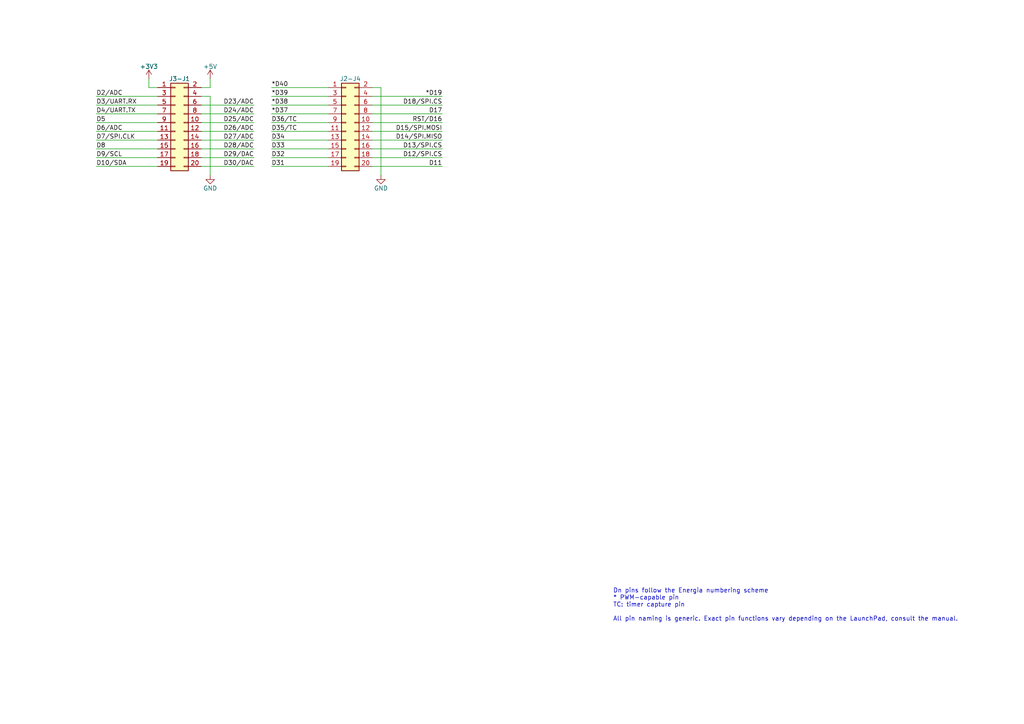
<source format=kicad_sch>
(kicad_sch (version 20250114) (generator "eeschema") (generator_version "9.0")
  (paper "A4")
  (title_block (date "19 oct 2012"))
  (lib_symbols
    (symbol "Connector_Generic:Conn_02x10_Odd_Even" (pin_names (offset 1.016) (hide yes))
      (property "Reference" "J" (at 1.27 12.7 0))
      (property "Value" "Conn_02x10_Odd_Even" (at 1.27 -15.24 0))
      (symbol "Conn_02x10_Odd_Even_1_1"
        (rectangle (start -1.27 11.43) (end 3.81 -13.97) (stroke (width 0.254)) (fill (type background)))
        (rectangle (start -1.27 10.287) (end 0 10.033) (stroke (width 0.1524)))
        (rectangle (start -1.27 7.747) (end 0 7.493) (stroke (width 0.1524)))
        (rectangle (start -1.27 5.207) (end 0 4.953) (stroke (width 0.1524)))
        (rectangle (start -1.27 2.667) (end 0 2.413) (stroke (width 0.1524)))
        (rectangle (start -1.27 0.127) (end 0 -0.127) (stroke (width 0.1524)))
        (rectangle (start -1.27 -2.413) (end 0 -2.667) (stroke (width 0.1524)))
        (rectangle (start -1.27 -4.953) (end 0 -5.207) (stroke (width 0.1524)))
        (rectangle (start -1.27 -7.493) (end 0 -7.747) (stroke (width 0.1524)))
        (rectangle (start -1.27 -10.033) (end 0 -10.287) (stroke (width 0.1524)))
        (rectangle (start -1.27 -12.573) (end 0 -12.827) (stroke (width 0.1524)))
        (rectangle (start 3.81 10.287) (end 2.54 10.033) (stroke (width 0.1524)))
        (rectangle (start 3.81 7.747) (end 2.54 7.493) (stroke (width 0.1524)))
        (rectangle (start 3.81 5.207) (end 2.54 4.953) (stroke (width 0.1524)))
        (rectangle (start 3.81 2.667) (end 2.54 2.413) (stroke (width 0.1524)))
        (rectangle (start 3.81 0.127) (end 2.54 -0.127) (stroke (width 0.1524)))
        (rectangle (start 3.81 -2.413) (end 2.54 -2.667) (stroke (width 0.1524)))
        (rectangle (start 3.81 -4.953) (end 2.54 -5.207) (stroke (width 0.1524)))
        (rectangle (start 3.81 -7.493) (end 2.54 -7.747) (stroke (width 0.1524)))
        (rectangle (start 3.81 -10.033) (end 2.54 -10.287) (stroke (width 0.1524)))
        (rectangle (start 3.81 -12.573) (end 2.54 -12.827) (stroke (width 0.1524)))
        (pin passive line (at -5.08 10.16 0) (length 3.81) (name "Pin_1") (number "1"))
        (pin passive line (at -5.08 7.62 0) (length 3.81) (name "Pin_3") (number "3"))
        (pin passive line (at -5.08 5.08 0) (length 3.81) (name "Pin_5") (number "5"))
        (pin passive line (at -5.08 2.54 0) (length 3.81) (name "Pin_7") (number "7"))
        (pin passive line (at -5.08 0 0) (length 3.81) (name "Pin_9") (number "9"))
        (pin passive line (at -5.08 -2.54 0) (length 3.81) (name "Pin_11") (number "11"))
        (pin passive line (at -5.08 -5.08 0) (length 3.81) (name "Pin_13") (number "13"))
        (pin passive line (at -5.08 -7.62 0) (length 3.81) (name "Pin_15") (number "15"))
        (pin passive line (at -5.08 -10.16 0) (length 3.81) (name "Pin_17") (number "17"))
        (pin passive line (at -5.08 -12.7 0) (length 3.81) (name "Pin_19") (number "19"))
        (pin passive line (at 7.62 10.16 180) (length 3.81) (name "Pin_2") (number "2"))
        (pin passive line (at 7.62 7.62 180) (length 3.81) (name "Pin_4") (number "4"))
        (pin passive line (at 7.62 5.08 180) (length 3.81) (name "Pin_6") (number "6"))
        (pin passive line (at 7.62 2.54 180) (length 3.81) (name "Pin_8") (number "8"))
        (pin passive line (at 7.62 0 180) (length 3.81) (name "Pin_10") (number "10"))
        (pin passive line (at 7.62 -2.54 180) (length 3.81) (name "Pin_12") (number "12"))
        (pin passive line (at 7.62 -5.08 180) (length 3.81) (name "Pin_14") (number "14"))
        (pin passive line (at 7.62 -7.62 180) (length 3.81) (name "Pin_16") (number "16"))
        (pin passive line (at 7.62 -10.16 180) (length 3.81) (name "Pin_18") (number "18"))
        (pin passive line (at 7.62 -12.7 180) (length 3.81) (name "Pin_20") (number "20"))
      )
    )
    (symbol "power:+3.3V" (power) (pin_names (offset 0))
      (property "Value" "+3.3V" (at 0 3.556 0))
      (symbol "+3.3V_0_1"
        (polyline (pts (xy -0.762 1.27) (xy 0 2.54)))
        (polyline (pts (xy 0 2.54) (xy 0.762 1.27)))
        (polyline (pts (xy 0 0) (xy 0 2.54)))
      )
      (symbol "+3.3V_1_1"
        (pin power_in line (at 0 0 90) (length 0) (hide yes) (name "+3V3") (number "1"))
      )
    )
    (symbol "power:+5V" (power) (pin_names (offset 0))
      (property "Value" "+5V" (at 0 3.556 0))
      (symbol "+5V_0_1"
        (polyline (pts (xy -0.762 1.27) (xy 0 2.54)))
        (polyline (pts (xy 0 2.54) (xy 0.762 1.27)))
        (polyline (pts (xy 0 0) (xy 0 2.54)))
      )
      (symbol "+5V_1_1"
        (pin power_in line (at 0 0 90) (length 0) (hide yes) (name "+5V") (number "1"))
      )
    )
    (symbol "power:GND" (power) (pin_names (offset 0))
      (property "Value" "GND" (at 0 -3.81 0))
      (symbol "GND_0_1"
        (polyline (pts (xy 0 0) (xy 0 -1.27) (xy 1.27 -1.27) (xy 0 -2.54) (xy -1.27 -1.27) (xy 0 -1.27)))
      )
      (symbol "GND_1_1"
        (pin power_in line (at 0 0 270) (length 0) (hide yes) (name "GND") (number "1"))
      )
    )
  )
  (text "Dn pins follow the Energia numbering scheme\n* PWM-capable pin\nTC: timer capture pin\n\nAll pin naming is generic. Exact pin functions vary depending on the LaunchPad, consult the manual." (at 177.8 180.34 0) (effects (font (size 1.27 1.27)) (justify left bottom)))
  (wire (pts (xy 107.95 45.72) (xy 128.27 45.72)))
  (wire (pts (xy 58.42 40.64) (xy 73.66 40.64)))
  (wire (pts (xy 107.95 27.94) (xy 128.27 27.94)))
  (wire (pts (xy 107.95 48.26) (xy 128.27 48.26)))
  (wire (pts (xy 27.94 35.56) (xy 45.72 35.56)))
  (wire (pts (xy 107.95 35.56) (xy 128.27 35.56)))
  (wire (pts (xy 78.74 33.02) (xy 95.25 33.02)))
  (wire (pts (xy 78.74 35.56) (xy 95.25 35.56)))
  (wire (pts (xy 58.42 35.56) (xy 73.66 35.56)))
  (wire (pts (xy 78.74 45.72) (xy 95.25 45.72)))
  (wire (pts (xy 27.94 40.64) (xy 45.72 40.64)))
  (wire (pts (xy 58.42 43.18) (xy 73.66 43.18)))
  (wire (pts (xy 27.94 27.94) (xy 45.72 27.94)))
  (wire (pts (xy 27.94 30.48) (xy 45.72 30.48)))
  (wire (pts (xy 27.94 48.26) (xy 45.72 48.26)))
  (wire (pts (xy 78.74 38.1) (xy 95.25 38.1)))
  (wire (pts (xy 78.74 27.94) (xy 95.25 27.94)))
  (wire (pts (xy 107.95 30.48) (xy 128.27 30.48)))
  (wire (pts (xy 27.94 45.72) (xy 45.72 45.72)))
  (wire (pts (xy 27.94 43.18) (xy 45.72 43.18)))
  (wire (pts (xy 58.42 38.1) (xy 73.66 38.1)))
  (wire (pts (xy 107.95 25.4) (xy 110.49 25.4)))
  (wire (pts (xy 110.49 25.4) (xy 110.49 50.8)))
  (wire (pts (xy 107.95 43.18) (xy 128.27 43.18)))
  (wire (pts (xy 78.74 30.48) (xy 95.25 30.48)))
  (wire (pts (xy 78.74 43.18) (xy 95.25 43.18)))
  (wire (pts (xy 58.42 27.94) (xy 60.96 27.94)))
  (wire (pts (xy 60.96 27.94) (xy 60.96 50.8)))
  (wire (pts (xy 78.74 48.26) (xy 95.25 48.26)))
  (wire (pts (xy 43.18 22.86) (xy 43.18 25.4)))
  (wire (pts (xy 45.72 25.4) (xy 43.18 25.4)))
  (wire (pts (xy 58.42 25.4) (xy 60.96 25.4)))
  (wire (pts (xy 60.96 22.86) (xy 60.96 25.4)))
  (wire (pts (xy 107.95 33.02) (xy 128.27 33.02)))
  (wire (pts (xy 78.74 25.4) (xy 95.25 25.4)))
  (wire (pts (xy 107.95 40.64) (xy 128.27 40.64)))
  (wire (pts (xy 58.42 33.02) (xy 73.66 33.02)))
  (wire (pts (xy 58.42 30.48) (xy 73.66 30.48)))
  (wire (pts (xy 58.42 48.26) (xy 73.66 48.26)))
  (wire (pts (xy 27.94 38.1) (xy 45.72 38.1)))
  (wire (pts (xy 27.94 33.02) (xy 45.72 33.02)))
  (wire (pts (xy 107.95 38.1) (xy 128.27 38.1)))
  (wire (pts (xy 78.74 40.64) (xy 95.25 40.64)))
  (wire (pts (xy 58.42 45.72) (xy 73.66 45.72)))
  (label "D2{slash}ADC" (at 27.94 27.94 0))
  (label "D11" (at 128.27 48.26 180))
  (label "*D38" (at 78.74 30.48 0))
  (label "D29{slash}DAC" (at 73.66 45.72 180))
  (label "D15{slash}SPI.MOSI" (at 128.27 38.1 180))
  (label "D25{slash}ADC" (at 73.66 35.56 180))
  (label "D18{slash}SPI.CS" (at 128.27 30.48 180))
  (label "D31" (at 78.74 48.26 0))
  (label "D24{slash}ADC" (at 73.66 33.02 180))
  (label "D7{slash}SPI.CLK" (at 27.94 40.64 0))
  (label "D33" (at 78.74 43.18 0))
  (label "D17" (at 128.27 33.02 180))
  (label "D6{slash}ADC" (at 27.94 38.1 0))
  (label "*D19" (at 128.27 27.94 180))
  (label "D9{slash}SCL" (at 27.94 45.72 0))
  (label "RST{slash}D16" (at 128.27 35.56 180))
  (label "D35{slash}TC" (at 78.74 38.1 0))
  (label "D10{slash}SDA" (at 27.94 48.26 0))
  (label "D5" (at 27.94 35.56 0))
  (label "D27{slash}ADC" (at 73.66 40.64 180))
  (label "D28{slash}ADC" (at 73.66 43.18 180))
  (label "D13{slash}SPI.CS" (at 128.27 43.18 180))
  (label "D23{slash}ADC" (at 73.66 30.48 180))
  (label "*D39" (at 78.74 27.94 0))
  (label "*D40" (at 78.74 25.4 0))
  (label "D4{slash}UART.TX" (at 27.94 33.02 0))
  (label "D8" (at 27.94 43.18 0))
  (label "D36{slash}TC" (at 78.74 35.56 0))
  (label "D30{slash}DAC" (at 73.66 48.26 180))
  (label "D32" (at 78.74 45.72 0))
  (label "D34" (at 78.74 40.64 0))
  (label "*D37" (at 78.74 33.02 0))
  (label "D14{slash}SPI.MISO" (at 128.27 40.64 180))
  (label "D12{slash}SPI.CS" (at 128.27 45.72 180))
  (label "D3{slash}UART.RX" (at 27.94 30.48 0))
  (label "D26{slash}ADC" (at 73.66 38.1 180))
  (symbol (lib_id "power:GND") (at 60.96 50.8 0) (unit 1)
    (property "Reference" "#PWR0103" (effects (hide yes)))
    (property "Value" "GND" (at 60.96 54.61 0))
  )
  (symbol (lib_id "Connector_Generic:Conn_02x10_Odd_Even") (at 50.8 35.56 0) (unit 1)
    (property "Reference" "J3-J1" (at 52.07 22.86 0))
    (property "Value" "Conn_01x10" (effects (hide yes)))
    (property "Footprint" "Connector_PinSocket_2.54mm:PinSocket_2x10_P2.54mm_Vertical" (effects (hide yes)))
  )
  (symbol (lib_id "power:+3.3V") (at 43.18 22.86 0) (unit 1)
    (property "Reference" "#PWR0101" (effects (hide yes)))
    (property "Value" "+3V3" (at 43.18 19.304 0))
  )
  (symbol (lib_id "Connector_Generic:Conn_02x10_Odd_Even") (at 100.33 35.56 0) (unit 1)
    (property "Reference" "J2-J4" (at 101.6 22.86 0))
    (property "Value" "Conn_01x10" (effects (hide yes)))
    (property "Footprint" "Connector_PinSocket_2.54mm:PinSocket_2x10_P2.54mm_Vertical" (effects (hide yes)))
  )
  (symbol (lib_id "power:GND") (at 110.49 50.8 0) (unit 1)
    (property "Reference" "#PWR0102" (effects (hide yes)))
    (property "Value" "GND" (at 110.49 54.61 0))
  )
  (symbol (lib_id "power:+5V") (at 60.96 22.86 0) (unit 1)
    (property "Reference" "#PWR0104" (effects (hide yes)))
    (property "Value" "+5V" (at 60.96 19.304 0))
  )
)
</source>
